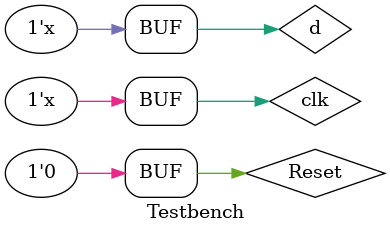
<source format=v>
`timescale 1ns / 1ps


module Testbench();
    //Define the signal line, the register type can be used as the input signal of the instantiation module 
    //The output signal of tbe instantiated module can only be the wire type
    reg  clk = 0;
    reg Reset= 0;
    reg   d  = 0;
    wire  q;
    wire  qb;
    
    Lab_4_3 test(
        .  clk(clk),
        .reset(Reset),
        .   d (d),
        .   q (q),
        .  qb (qb)
    );
    
    initial
        begin
            clk = 0;
             d  = 0;
            #100;
            Reset=1;
            #400;
            Reset=0;
        end
    
    always #20 clk = ~clk;
    always #30  d  = ~d;

endmodule


</source>
